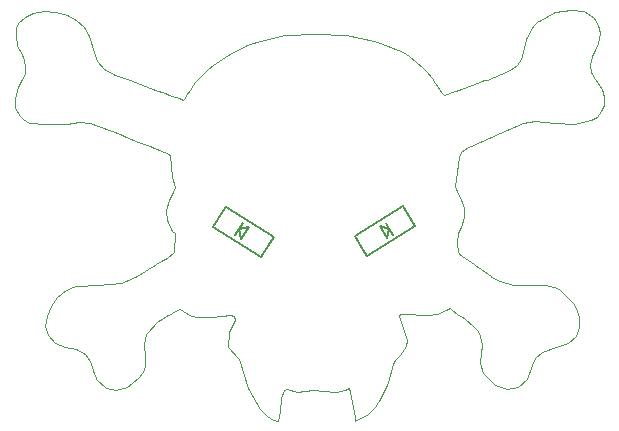
<source format=gto>
G75*
G70*
%OFA0B0*%
%FSLAX24Y24*%
%IPPOS*%
%LPD*%
%AMOC8*
5,1,8,0,0,1.08239X$1,22.5*
%
%ADD10R,0.0077X0.0039*%
%ADD11R,0.0039X0.0039*%
%ADD12R,0.0077X0.0038*%
%ADD13R,0.0116X0.0039*%
%ADD14R,0.0115X0.0039*%
%ADD15R,0.0154X0.0039*%
%ADD16R,0.0193X0.0039*%
%ADD17R,0.0154X0.0039*%
%ADD18R,0.0270X0.0039*%
%ADD19R,0.0192X0.0039*%
%ADD20R,0.0308X0.0039*%
%ADD21R,0.0269X0.0039*%
%ADD22R,0.0308X0.0039*%
%ADD23R,0.0346X0.0039*%
%ADD24R,0.0424X0.0039*%
%ADD25R,0.0462X0.0038*%
%ADD26R,0.0385X0.0038*%
%ADD27R,0.0462X0.0039*%
%ADD28R,0.0501X0.0039*%
%ADD29R,0.0539X0.0039*%
%ADD30R,0.0616X0.0039*%
%ADD31R,0.0578X0.0039*%
%ADD32R,0.0347X0.0039*%
%ADD33R,0.0654X0.0039*%
%ADD34R,0.0500X0.0039*%
%ADD35R,0.0385X0.0039*%
%ADD36R,0.0616X0.0038*%
%ADD37R,0.0654X0.0038*%
%ADD38R,0.0539X0.0038*%
%ADD39R,0.0693X0.0039*%
%ADD40R,0.0616X0.0039*%
%ADD41R,0.0770X0.0039*%
%ADD42R,0.0731X0.0039*%
%ADD43R,0.0577X0.0039*%
%ADD44R,0.0809X0.0039*%
%ADD45R,0.0886X0.0039*%
%ADD46R,0.0655X0.0039*%
%ADD47R,0.0847X0.0039*%
%ADD48R,0.1001X0.0039*%
%ADD49R,0.0924X0.0039*%
%ADD50R,0.1039X0.0039*%
%ADD51R,0.0962X0.0039*%
%ADD52R,0.1116X0.0039*%
%ADD53R,0.1078X0.0039*%
%ADD54R,0.1155X0.0039*%
%ADD55R,0.1155X0.0038*%
%ADD56R,0.0809X0.0038*%
%ADD57R,0.0616X0.0038*%
%ADD58R,0.0731X0.0038*%
%ADD59R,0.1232X0.0039*%
%ADD60R,0.1194X0.0039*%
%ADD61R,0.1271X0.0039*%
%ADD62R,0.1309X0.0039*%
%ADD63R,0.1309X0.0039*%
%ADD64R,0.1348X0.0039*%
%ADD65R,0.1347X0.0038*%
%ADD66R,0.0693X0.0038*%
%ADD67R,0.0077X0.0038*%
%ADD68R,0.0269X0.0038*%
%ADD69R,0.1309X0.0038*%
%ADD70R,0.1347X0.0039*%
%ADD71R,0.1386X0.0039*%
%ADD72R,0.0231X0.0039*%
%ADD73R,0.0231X0.0039*%
%ADD74R,0.1386X0.0039*%
%ADD75R,0.1424X0.0039*%
%ADD76R,0.1463X0.0039*%
%ADD77R,0.1501X0.0039*%
%ADD78R,0.1540X0.0039*%
%ADD79R,0.1579X0.0039*%
%ADD80R,0.1655X0.0039*%
%ADD81R,0.1694X0.0038*%
%ADD82R,0.0308X0.0038*%
%ADD83R,0.0578X0.0038*%
%ADD84R,0.0231X0.0038*%
%ADD85R,0.1656X0.0038*%
%ADD86R,0.1809X0.0039*%
%ADD87R,0.1733X0.0039*%
%ADD88R,0.1886X0.0039*%
%ADD89R,0.1810X0.0039*%
%ADD90R,0.2040X0.0039*%
%ADD91R,0.2656X0.0039*%
%ADD92R,0.2233X0.0039*%
%ADD93R,0.2734X0.0039*%
%ADD94R,0.2079X0.0039*%
%ADD95R,0.2425X0.0039*%
%ADD96R,0.2811X0.0039*%
%ADD97R,0.0462X0.0039*%
%ADD98R,0.2271X0.0039*%
%ADD99R,0.2502X0.0039*%
%ADD100R,0.2849X0.0039*%
%ADD101R,0.0539X0.0039*%
%ADD102R,0.2426X0.0039*%
%ADD103R,0.2579X0.0039*%
%ADD104R,0.2964X0.0039*%
%ADD105R,0.2541X0.0039*%
%ADD106R,0.3080X0.0039*%
%ADD107R,0.4928X0.0039*%
%ADD108R,0.2734X0.0038*%
%ADD109R,0.4928X0.0038*%
%ADD110R,0.2695X0.0038*%
%ADD111R,0.2772X0.0039*%
%ADD112R,0.4889X0.0039*%
%ADD113R,0.4851X0.0039*%
%ADD114R,0.2849X0.0039*%
%ADD115R,0.4813X0.0039*%
%ADD116R,0.2888X0.0039*%
%ADD117R,0.4736X0.0039*%
%ADD118R,0.2926X0.0039*%
%ADD119R,0.2926X0.0039*%
%ADD120R,0.2965X0.0039*%
%ADD121R,0.4697X0.0039*%
%ADD122R,0.3003X0.0039*%
%ADD123R,0.4659X0.0039*%
%ADD124R,0.3003X0.0039*%
%ADD125R,0.3041X0.0038*%
%ADD126R,0.4620X0.0038*%
%ADD127R,0.4620X0.0039*%
%ADD128R,0.3157X0.0039*%
%ADD129R,0.3119X0.0039*%
%ADD130R,0.3196X0.0039*%
%ADD131R,0.4581X0.0039*%
%ADD132R,0.3273X0.0039*%
%ADD133R,0.3234X0.0039*%
%ADD134R,0.3272X0.0039*%
%ADD135R,0.3349X0.0039*%
%ADD136R,0.0847X0.0039*%
%ADD137R,0.1656X0.0039*%
%ADD138R,0.3311X0.0039*%
%ADD139R,0.3426X0.0039*%
%ADD140R,0.1617X0.0039*%
%ADD141R,0.3388X0.0039*%
%ADD142R,0.3504X0.0038*%
%ADD143R,0.1463X0.0038*%
%ADD144R,0.0539X0.0038*%
%ADD145R,0.1579X0.0038*%
%ADD146R,0.3465X0.0038*%
%ADD147R,0.3542X0.0039*%
%ADD148R,0.3504X0.0039*%
%ADD149R,0.3542X0.0039*%
%ADD150R,0.3619X0.0039*%
%ADD151R,0.3657X0.0039*%
%ADD152R,0.1578X0.0039*%
%ADD153R,0.3696X0.0039*%
%ADD154R,0.3581X0.0039*%
%ADD155R,0.1617X0.0039*%
%ADD156R,0.3619X0.0039*%
%ADD157R,0.1694X0.0039*%
%ADD158R,0.3465X0.0039*%
%ADD159R,0.1732X0.0039*%
%ADD160R,0.1771X0.0039*%
%ADD161R,0.3388X0.0038*%
%ADD162R,0.3311X0.0038*%
%ADD163R,0.0154X0.0038*%
%ADD164R,0.3349X0.0038*%
%ADD165R,0.3196X0.0038*%
%ADD166R,0.3195X0.0039*%
%ADD167R,0.3041X0.0039*%
%ADD168R,0.3503X0.0039*%
%ADD169R,0.1270X0.0039*%
%ADD170R,0.1078X0.0038*%
%ADD171R,0.3619X0.0038*%
%ADD172R,0.3619X0.0038*%
%ADD173R,0.0924X0.0038*%
%ADD174R,0.1040X0.0039*%
%ADD175R,0.0963X0.0039*%
%ADD176R,0.3734X0.0039*%
%ADD177R,0.0693X0.0039*%
%ADD178R,0.3773X0.0039*%
%ADD179R,0.3811X0.0039*%
%ADD180R,0.3811X0.0038*%
%ADD181R,0.3850X0.0038*%
%ADD182R,0.0346X0.0038*%
%ADD183R,0.0423X0.0039*%
%ADD184R,0.3850X0.0039*%
%ADD185R,0.3889X0.0039*%
%ADD186R,0.3888X0.0039*%
%ADD187R,0.3927X0.0039*%
%ADD188R,0.3966X0.0039*%
%ADD189R,0.0077X0.0039*%
%ADD190R,0.2002X0.0039*%
%ADD191R,0.1925X0.0039*%
%ADD192R,0.1694X0.0039*%
%ADD193R,0.1617X0.0038*%
%ADD194R,0.0231X0.0038*%
%ADD195R,0.1540X0.0038*%
%ADD196R,0.0116X0.0038*%
%ADD197R,0.1078X0.0039*%
%ADD198R,0.1039X0.0038*%
%ADD199R,0.0270X0.0038*%
%ADD200R,0.0886X0.0038*%
%ADD201R,0.1040X0.0038*%
%ADD202R,0.0924X0.0039*%
%ADD203R,0.0424X0.0038*%
%ADD204R,0.0770X0.0038*%
%ADD205R,0.0655X0.0038*%
%ADD206R,0.0732X0.0039*%
%ADD207R,0.0885X0.0039*%
%ADD208R,0.1001X0.0039*%
%ADD209R,0.0038X0.0039*%
%ADD210R,0.0577X0.0038*%
%ADD211R,0.0115X0.0038*%
%ADD212R,0.1424X0.0038*%
%ADD213R,0.1078X0.0038*%
%ADD214R,0.1771X0.0039*%
%ADD215R,0.1964X0.0039*%
%ADD216R,0.2156X0.0038*%
%ADD217R,0.0462X0.0038*%
%ADD218R,0.2117X0.0038*%
%ADD219R,0.2156X0.0039*%
%ADD220R,0.2310X0.0039*%
%ADD221R,0.2349X0.0039*%
%ADD222R,0.2464X0.0039*%
%ADD223R,0.1232X0.0039*%
%ADD224R,0.2541X0.0039*%
%ADD225R,0.4004X0.0039*%
%ADD226R,0.3965X0.0039*%
%ADD227R,0.3927X0.0039*%
%ADD228R,0.3889X0.0038*%
%ADD229R,0.4774X0.0039*%
%ADD230R,0.8547X0.0039*%
%ADD231R,0.8470X0.0039*%
%ADD232R,0.8393X0.0039*%
%ADD233R,0.8277X0.0039*%
%ADD234R,0.8201X0.0039*%
%ADD235R,0.8162X0.0039*%
%ADD236R,0.8085X0.0039*%
%ADD237R,0.8046X0.0039*%
%ADD238R,0.7969X0.0038*%
%ADD239R,0.7893X0.0039*%
%ADD240R,0.7816X0.0039*%
%ADD241R,0.7739X0.0039*%
%ADD242R,0.7661X0.0039*%
%ADD243R,0.7584X0.0039*%
%ADD244R,0.7546X0.0039*%
%ADD245R,0.7469X0.0039*%
%ADD246R,0.7392X0.0039*%
%ADD247R,0.7315X0.0038*%
%ADD248R,0.7276X0.0039*%
%ADD249R,0.7238X0.0039*%
%ADD250R,0.7200X0.0039*%
%ADD251R,0.7161X0.0039*%
%ADD252R,0.7123X0.0039*%
%ADD253R,0.7046X0.0039*%
%ADD254R,0.6969X0.0039*%
%ADD255R,0.6969X0.0038*%
%ADD256R,0.6891X0.0039*%
%ADD257R,0.6853X0.0039*%
%ADD258R,0.0039X0.0038*%
%ADD259R,0.6853X0.0038*%
%ADD260R,0.6930X0.0039*%
%ADD261R,0.7007X0.0039*%
%ADD262R,0.7816X0.0038*%
%ADD263R,0.8586X0.0039*%
%ADD264R,0.8509X0.0039*%
%ADD265R,0.1848X0.0039*%
%ADD266R,0.8431X0.0039*%
%ADD267R,0.2079X0.0038*%
%ADD268R,0.8431X0.0038*%
%ADD269R,0.8354X0.0039*%
%ADD270R,0.8316X0.0039*%
%ADD271R,0.2695X0.0039*%
%ADD272R,0.2156X0.0039*%
%ADD273R,0.4966X0.0039*%
%ADD274R,0.8239X0.0039*%
%ADD275R,0.5044X0.0039*%
%ADD276R,0.8200X0.0039*%
%ADD277R,0.5082X0.0039*%
%ADD278R,0.5159X0.0038*%
%ADD279R,0.8123X0.0038*%
%ADD280R,0.4774X0.0038*%
%ADD281R,0.5198X0.0039*%
%ADD282R,0.8123X0.0039*%
%ADD283R,0.5275X0.0039*%
%ADD284R,0.8047X0.0039*%
%ADD285R,0.4851X0.0039*%
%ADD286R,0.4890X0.0039*%
%ADD287R,0.5236X0.0039*%
%ADD288R,0.7970X0.0039*%
%ADD289R,0.4928X0.0039*%
%ADD290R,0.5121X0.0039*%
%ADD291R,0.5005X0.0039*%
%ADD292R,0.4967X0.0039*%
%ADD293R,0.7739X0.0038*%
%ADD294R,0.4736X0.0038*%
%ADD295R,0.4505X0.0039*%
%ADD296R,0.7700X0.0039*%
%ADD297R,0.4351X0.0039*%
%ADD298R,0.4543X0.0039*%
%ADD299R,0.4235X0.0039*%
%ADD300R,0.4428X0.0039*%
%ADD301R,0.4158X0.0039*%
%ADD302R,0.7507X0.0039*%
%ADD303R,0.4274X0.0039*%
%ADD304R,0.4158X0.0039*%
%ADD305R,0.7430X0.0039*%
%ADD306R,0.4043X0.0039*%
%ADD307R,0.7353X0.0039*%
%ADD308R,0.7277X0.0039*%
%ADD309R,0.7238X0.0039*%
%ADD310R,0.7200X0.0038*%
%ADD311R,0.3234X0.0039*%
%ADD312R,0.2810X0.0039*%
%ADD313R,0.6776X0.0039*%
%ADD314R,0.6699X0.0039*%
%ADD315R,0.2387X0.0039*%
%ADD316R,0.6622X0.0039*%
%ADD317R,0.6545X0.0039*%
%ADD318R,0.2233X0.0038*%
%ADD319R,0.6430X0.0038*%
%ADD320R,0.2310X0.0038*%
%ADD321R,0.2194X0.0039*%
%ADD322R,0.6353X0.0039*%
%ADD323R,0.6237X0.0039*%
%ADD324R,0.2041X0.0039*%
%ADD325R,0.6160X0.0039*%
%ADD326R,0.2118X0.0039*%
%ADD327R,0.6044X0.0039*%
%ADD328R,0.5929X0.0039*%
%ADD329R,0.5814X0.0039*%
%ADD330R,0.5698X0.0039*%
%ADD331R,0.5583X0.0039*%
%ADD332R,0.5429X0.0039*%
%ADD333R,0.1848X0.0038*%
%ADD334R,0.5313X0.0038*%
%ADD335R,0.5197X0.0039*%
%ADD336R,0.4504X0.0039*%
%ADD337R,0.4350X0.0039*%
%ADD338R,0.4120X0.0039*%
%ADD339R,0.1848X0.0039*%
%ADD340R,0.1886X0.0038*%
%ADD341R,0.3311X0.0038*%
%ADD342R,0.1848X0.0038*%
%ADD343R,0.1887X0.0039*%
%ADD344R,0.1425X0.0039*%
%ADD345R,0.1964X0.0038*%
%ADD346R,0.2002X0.0038*%
%ADD347R,0.1771X0.0038*%
%ADD348C,0.0010*%
%ADD349C,0.0050*%
D10*
X007956Y002577D03*
X009688Y002462D03*
X010766Y002462D03*
X012499Y002616D03*
X010189Y004425D03*
X010189Y004464D03*
X009996Y006889D03*
X014385Y008352D03*
X014655Y005465D03*
X016541Y001499D03*
X008649Y000768D03*
D11*
X011786Y000768D03*
X015059Y005272D03*
X014674Y005503D03*
X014404Y008314D03*
X010362Y006812D03*
X010208Y006504D03*
X009977Y006851D03*
X005742Y005388D03*
D12*
X008649Y000806D03*
X011806Y000806D03*
D13*
X011209Y002423D03*
X010246Y002539D03*
X010208Y004310D03*
X010208Y004348D03*
X010208Y004387D03*
X010015Y006928D03*
X005896Y008237D03*
X015097Y005234D03*
X008629Y000845D03*
D14*
X009207Y002385D03*
X011825Y000883D03*
X011825Y000845D03*
X005742Y005349D03*
X005318Y005272D03*
X010323Y006928D03*
X010323Y007005D03*
X010323Y007043D03*
X010323Y007082D03*
X010323Y007120D03*
X010323Y007159D03*
X014943Y009392D03*
D15*
X010959Y006042D03*
X010189Y006466D03*
X009419Y006042D03*
X005915Y008275D03*
X012499Y002693D03*
X012499Y002654D03*
X009688Y002423D03*
X008610Y000883D03*
X015117Y005195D03*
X015155Y005157D03*
D16*
X014366Y008391D03*
X010169Y006427D03*
X010054Y007005D03*
X010054Y007043D03*
X010054Y007082D03*
X010054Y007120D03*
X010054Y007159D03*
X010054Y007197D03*
X009361Y006504D03*
X010208Y004233D03*
X010208Y004194D03*
X009669Y002385D03*
X009669Y001499D03*
X008591Y000922D03*
D17*
X010766Y002423D03*
X011844Y000922D03*
X007956Y002616D03*
X005261Y005234D03*
X005761Y005311D03*
X010304Y007197D03*
X010304Y007236D03*
X005299Y009315D03*
D18*
X009399Y005965D03*
X009361Y005888D03*
X010169Y006350D03*
X010169Y006389D03*
X014327Y008468D03*
X012479Y002770D03*
X008591Y000960D03*
D19*
X009207Y002423D03*
X007936Y002654D03*
X010785Y002385D03*
X010785Y001499D03*
X011863Y000960D03*
X010631Y005580D03*
X013365Y007390D03*
X014982Y009430D03*
D20*
X013577Y007197D03*
X010882Y005272D03*
X010497Y005734D03*
X009342Y005850D03*
X008572Y001037D03*
X008572Y000999D03*
D21*
X010246Y002577D03*
X011940Y002654D03*
X010208Y004117D03*
X009553Y005311D03*
X009592Y005349D03*
X009630Y005388D03*
X009823Y005657D03*
X010747Y005388D03*
X011016Y005850D03*
X010978Y005888D03*
X010978Y005927D03*
X013480Y007313D03*
X014597Y005349D03*
X015213Y005080D03*
X011863Y000999D03*
X008514Y002654D03*
X007936Y002693D03*
X006897Y007313D03*
X005973Y008352D03*
D22*
X005992Y008391D03*
X006839Y007274D03*
X006801Y007236D03*
X009265Y005734D03*
X009303Y005773D03*
X009842Y005696D03*
X009496Y005272D03*
X009457Y005234D03*
X010805Y005349D03*
X010843Y005311D03*
X011113Y005734D03*
X011074Y005773D03*
X010189Y004079D03*
X011228Y002539D03*
X011228Y002500D03*
X010805Y002308D03*
X009650Y002308D03*
X009188Y002500D03*
X011883Y001076D03*
X011883Y001037D03*
X012499Y002808D03*
X013538Y007236D03*
X013500Y007274D03*
X015040Y009469D03*
X005184Y005157D03*
D23*
X005164Y005118D03*
X006704Y007159D03*
X006743Y007197D03*
X009207Y005657D03*
X009245Y005696D03*
X009861Y005734D03*
X010439Y005773D03*
X011132Y005696D03*
X011170Y005657D03*
X010169Y006273D03*
X010169Y006312D03*
X010208Y004040D03*
X010246Y002616D03*
X010785Y002269D03*
X011209Y002577D03*
X012479Y002847D03*
X011902Y001153D03*
X011902Y001114D03*
X008552Y001114D03*
X008552Y001076D03*
X007936Y002770D03*
X013711Y007082D03*
X013673Y007120D03*
X013634Y007159D03*
X014289Y008545D03*
X005203Y009392D03*
D24*
X006011Y008429D03*
X006550Y007005D03*
X006473Y006928D03*
X009091Y005542D03*
X009130Y005580D03*
X009168Y005619D03*
X009399Y005195D03*
X010939Y005234D03*
X011247Y005580D03*
X010208Y003963D03*
X010246Y002654D03*
X010785Y002192D03*
X011209Y002616D03*
X011902Y001230D03*
X008552Y001153D03*
X008514Y002616D03*
X007936Y002808D03*
X007936Y002847D03*
X006781Y003963D03*
X010169Y007274D03*
X013788Y007005D03*
X014250Y008622D03*
X013750Y004002D03*
D25*
X010766Y001576D03*
X009688Y001576D03*
X008533Y001191D03*
X005068Y005041D03*
X006031Y008506D03*
D26*
X011921Y001191D03*
D27*
X011921Y001268D03*
X011921Y001307D03*
X010805Y002154D03*
X011190Y002654D03*
X011921Y002577D03*
X009650Y002192D03*
X009650Y002154D03*
X009188Y002577D03*
X009188Y002616D03*
X008495Y002577D03*
X007956Y002885D03*
X008533Y001230D03*
X015309Y004964D03*
X010189Y006158D03*
X014231Y008660D03*
X006031Y008468D03*
D28*
X006050Y008545D03*
X010208Y006119D03*
X010208Y006081D03*
X011363Y005503D03*
X011401Y005465D03*
X010208Y003925D03*
X010246Y002693D03*
X010785Y002115D03*
X010785Y002077D03*
X010747Y001615D03*
X009669Y002077D03*
X009669Y002115D03*
X009207Y002654D03*
X008514Y002539D03*
X007975Y002924D03*
X008514Y001307D03*
X008514Y001268D03*
X011209Y002693D03*
X011940Y002539D03*
X011940Y001384D03*
X011940Y001345D03*
X015328Y004926D03*
X014212Y008699D03*
X014212Y008737D03*
X009053Y005503D03*
X005049Y005003D03*
D29*
X007994Y002962D03*
X008495Y001384D03*
X008495Y001345D03*
X010766Y002038D03*
X011921Y002500D03*
X015348Y004887D03*
X014193Y008776D03*
X006069Y008583D03*
D30*
X005068Y009507D03*
X010150Y007621D03*
X010227Y005965D03*
X008880Y005388D03*
X010189Y003848D03*
X008495Y002462D03*
X009688Y001923D03*
X009688Y001884D03*
X009688Y001730D03*
X008495Y001461D03*
X008495Y001422D03*
X011960Y001538D03*
X014385Y007159D03*
D31*
X014173Y008814D03*
X014173Y008853D03*
X011055Y006543D03*
X006088Y008622D03*
X006088Y008660D03*
X005010Y004964D03*
X008052Y003001D03*
X009207Y002693D03*
X010747Y001692D03*
X010747Y001653D03*
X011940Y001499D03*
X011940Y001461D03*
X011940Y001422D03*
X011940Y002462D03*
D32*
X003586Y001499D03*
D33*
X006781Y004002D03*
X008514Y002423D03*
X008514Y002385D03*
X008475Y001538D03*
X008475Y001499D03*
X009707Y001769D03*
X009707Y001807D03*
X009707Y001846D03*
X011170Y002770D03*
X011940Y002385D03*
X012364Y003039D03*
X011940Y001653D03*
X011940Y001615D03*
X015405Y004810D03*
X017523Y004425D03*
X014366Y007197D03*
X014366Y007236D03*
X011555Y005388D03*
X010208Y005927D03*
X010169Y007659D03*
X005934Y007120D03*
X005934Y007082D03*
X005934Y007043D03*
X015174Y009623D03*
D34*
X010169Y007467D03*
X010169Y007428D03*
X009014Y005465D03*
X009707Y001615D03*
X003624Y001538D03*
X001314Y013434D03*
D35*
X006647Y007120D03*
X006608Y007082D03*
X006570Y007043D03*
X009919Y005773D03*
X010189Y006235D03*
X011036Y006504D03*
X011228Y005619D03*
X010189Y004002D03*
X009188Y002539D03*
X009650Y002269D03*
X009650Y002231D03*
X009688Y001538D03*
X010766Y001538D03*
X010805Y002231D03*
X011921Y002616D03*
X012460Y002885D03*
X015271Y005003D03*
X013731Y007043D03*
X014270Y008583D03*
X015078Y009507D03*
X016541Y001538D03*
D36*
X011960Y001576D03*
X010227Y002731D03*
X009688Y001961D03*
X003605Y001576D03*
D37*
X008475Y001576D03*
X009245Y002731D03*
X011940Y002346D03*
X009322Y006581D03*
D38*
X016541Y001576D03*
D39*
X011960Y001692D03*
X011960Y001730D03*
X011960Y001769D03*
X011921Y002269D03*
X011921Y002308D03*
X008495Y001615D03*
X003605Y001615D03*
X005954Y007159D03*
X005954Y007197D03*
X006146Y008930D03*
X006146Y008968D03*
X014116Y009084D03*
X014116Y009122D03*
X014116Y009161D03*
X014116Y009199D03*
X014347Y007274D03*
X018582Y013473D03*
D40*
X014154Y008930D03*
X015386Y004849D03*
X011921Y002423D03*
X010766Y002000D03*
X010766Y001923D03*
X008071Y003039D03*
X004991Y004926D03*
X006108Y008699D03*
X006108Y008737D03*
X016541Y001615D03*
D41*
X013731Y004040D03*
X015463Y004733D03*
X014116Y006119D03*
X014116Y006158D03*
X014116Y006235D03*
X014116Y006273D03*
X014154Y006389D03*
X014154Y006427D03*
X014154Y006466D03*
X014154Y006504D03*
X014154Y006543D03*
X014270Y007390D03*
X014077Y009469D03*
X006223Y009546D03*
X006223Y009584D03*
X006185Y009469D03*
X006185Y009430D03*
X006185Y009392D03*
X006185Y009353D03*
X006185Y009315D03*
X006185Y009238D03*
X006185Y009199D03*
X005992Y007274D03*
X006185Y006543D03*
X006185Y006504D03*
X006185Y006466D03*
X006185Y006427D03*
X006185Y006389D03*
X006185Y006235D03*
X004914Y004849D03*
X008495Y002231D03*
X008495Y002192D03*
X008495Y002154D03*
X008495Y002115D03*
X008495Y002077D03*
X008495Y002038D03*
X008495Y001846D03*
X008495Y001807D03*
X011113Y002808D03*
X003605Y001653D03*
D42*
X008475Y001653D03*
X008475Y001692D03*
X008475Y001730D03*
X008475Y001769D03*
X008514Y002269D03*
X008514Y002308D03*
X009284Y002770D03*
X010208Y002770D03*
X010208Y003809D03*
X011940Y002231D03*
X011940Y002192D03*
X011940Y002154D03*
X011940Y002115D03*
X011940Y002077D03*
X011940Y002038D03*
X011940Y002000D03*
X011940Y001923D03*
X011940Y001884D03*
X011940Y001846D03*
X011940Y001807D03*
X015444Y004772D03*
X014135Y006312D03*
X014135Y006350D03*
X014327Y007313D03*
X014096Y009238D03*
X014096Y009315D03*
X014096Y009353D03*
X014096Y009392D03*
X014096Y009430D03*
X014058Y009507D03*
X014058Y009546D03*
X014058Y009584D03*
X014058Y009623D03*
X010169Y007698D03*
X010208Y005888D03*
X006204Y006273D03*
X006204Y006312D03*
X006204Y006350D03*
X005973Y007236D03*
X006165Y009007D03*
X006165Y009045D03*
X006165Y009084D03*
X006165Y009122D03*
X006165Y009161D03*
X006204Y009507D03*
X005010Y009546D03*
X016522Y001653D03*
D43*
X012402Y003001D03*
X009669Y002038D03*
X009669Y002000D03*
X009707Y001692D03*
X009707Y001653D03*
X008514Y002500D03*
X010208Y006004D03*
X010208Y006042D03*
X010169Y007582D03*
X014366Y007120D03*
X014404Y007082D03*
X014404Y007043D03*
X015136Y009584D03*
X018524Y010239D03*
X005934Y007005D03*
X005934Y006928D03*
D44*
X006165Y006620D03*
X006204Y006158D03*
X006011Y007313D03*
X004972Y009584D03*
X001314Y010200D03*
X009284Y006620D03*
X010169Y005850D03*
X011632Y005349D03*
X014096Y006042D03*
X014096Y006081D03*
X014135Y006620D03*
X014250Y007428D03*
X008475Y002000D03*
X008475Y001923D03*
X008475Y001884D03*
X003624Y001692D03*
X016522Y001692D03*
D45*
X014096Y005965D03*
X009284Y006658D03*
X006242Y006042D03*
X006242Y006004D03*
X006165Y006735D03*
X004856Y004772D03*
X006781Y004040D03*
X003624Y001730D03*
X001314Y013396D03*
D46*
X006127Y008853D03*
X006127Y008814D03*
X006127Y008776D03*
X008822Y005349D03*
X010747Y001884D03*
X010747Y001846D03*
X010747Y001807D03*
X010747Y001769D03*
X010747Y001730D03*
X014135Y008968D03*
X014135Y009007D03*
X014135Y009045D03*
D47*
X014154Y006697D03*
X014154Y006658D03*
X011113Y006658D03*
X006069Y007390D03*
X016503Y001730D03*
D48*
X015579Y004618D03*
X014039Y005850D03*
X018543Y010277D03*
X006300Y005888D03*
X003644Y001769D03*
D49*
X006108Y007428D03*
X014154Y007544D03*
X014154Y006774D03*
X015309Y009738D03*
X016503Y001769D03*
D50*
X016483Y001846D03*
X014135Y006928D03*
X014096Y007582D03*
X015328Y009777D03*
X009207Y006735D03*
X006165Y006889D03*
X006781Y004079D03*
X003663Y001846D03*
X003663Y001807D03*
D51*
X006165Y006812D03*
X006165Y006851D03*
X009245Y006697D03*
X013711Y004079D03*
X016483Y001807D03*
X014135Y006812D03*
X014135Y006851D03*
X004933Y009623D03*
D52*
X009168Y006774D03*
X011209Y006812D03*
X013942Y005734D03*
X015636Y004579D03*
X015367Y009815D03*
X006435Y005696D03*
X006396Y005734D03*
X003663Y001884D03*
D53*
X006377Y005773D03*
X006223Y007505D03*
X011190Y006774D03*
X013692Y004117D03*
X016464Y001884D03*
X001334Y013357D03*
D54*
X004837Y009700D03*
X004722Y004618D03*
X006762Y004117D03*
X003682Y001923D03*
X013923Y005696D03*
X016464Y001923D03*
X018543Y013396D03*
D55*
X016464Y001961D03*
X003682Y001961D03*
D56*
X008475Y001961D03*
X006204Y006196D03*
X006050Y007351D03*
X010169Y007736D03*
X014135Y006581D03*
D57*
X014154Y008891D03*
X010766Y001961D03*
D58*
X011940Y001961D03*
X014289Y007351D03*
X014096Y009276D03*
X014058Y009661D03*
D59*
X015425Y009854D03*
X013846Y005619D03*
X009149Y006812D03*
X006762Y004156D03*
X003682Y002038D03*
X003682Y002000D03*
X004799Y009738D03*
X016426Y002077D03*
D60*
X016445Y002038D03*
X016445Y002000D03*
X013711Y004156D03*
X015675Y004541D03*
X013865Y005657D03*
X011247Y006851D03*
X006512Y005619D03*
X006473Y005657D03*
X001353Y010239D03*
D61*
X001353Y013319D03*
X009130Y006851D03*
X006550Y005580D03*
X003701Y002115D03*
X003701Y002077D03*
X013788Y005580D03*
X016445Y002192D03*
X016445Y002154D03*
X016445Y002115D03*
D62*
X016464Y002231D03*
X016464Y002269D03*
X013692Y004194D03*
X003682Y002231D03*
X003682Y002192D03*
X003682Y002154D03*
D63*
X003644Y002269D03*
X003644Y002308D03*
X011267Y006889D03*
X015463Y009892D03*
X018543Y013357D03*
D64*
X018485Y010316D03*
X013750Y005542D03*
X015713Y004502D03*
X016522Y002423D03*
X016522Y002385D03*
X016483Y002308D03*
X009091Y006889D03*
D65*
X003624Y002346D03*
D66*
X008495Y002346D03*
X006146Y008891D03*
D67*
X009188Y002346D03*
D68*
X009669Y002346D03*
X010785Y002346D03*
D69*
X016503Y002346D03*
D70*
X011286Y006928D03*
X006589Y005542D03*
X006743Y004194D03*
X003624Y002385D03*
X003586Y002423D03*
X004741Y009777D03*
X001353Y013280D03*
D71*
X006647Y005503D03*
X004645Y004541D03*
X003567Y002462D03*
X013692Y005503D03*
X016580Y002500D03*
X015502Y009931D03*
X018543Y013319D03*
D72*
X010612Y005619D03*
X010651Y005542D03*
X010689Y005503D03*
X010689Y005465D03*
X014616Y005388D03*
X017542Y004464D03*
X009188Y002462D03*
X005222Y005195D03*
X005261Y009353D03*
D73*
X005954Y008314D03*
X009419Y006004D03*
X009380Y005927D03*
X009765Y005580D03*
X009765Y005542D03*
X009727Y005503D03*
X009688Y005465D03*
X009804Y005619D03*
X010535Y005696D03*
X010574Y005657D03*
X010959Y005965D03*
X010959Y006004D03*
X010073Y007236D03*
X010189Y004156D03*
X011228Y002462D03*
X015194Y005118D03*
X014347Y008429D03*
D74*
X016541Y002462D03*
D75*
X016599Y002539D03*
X013673Y004233D03*
X009053Y006928D03*
X008629Y003963D03*
X003547Y002500D03*
X004702Y009815D03*
D76*
X001411Y010277D03*
X001372Y013242D03*
X013654Y005465D03*
X016618Y002577D03*
X008649Y003925D03*
X008610Y004002D03*
X008610Y004040D03*
X003528Y002539D03*
D77*
X003509Y002577D03*
X004587Y004502D03*
X006704Y005465D03*
X008591Y004117D03*
X008591Y004079D03*
X008668Y003848D03*
X011363Y007005D03*
X015521Y009969D03*
X018524Y013280D03*
X015790Y004464D03*
X016637Y002616D03*
D78*
X016657Y002654D03*
X011806Y003963D03*
X008687Y003809D03*
X008572Y004156D03*
X008995Y007005D03*
X011382Y007043D03*
X003490Y002616D03*
X018505Y013242D03*
D79*
X015559Y010008D03*
X008514Y004194D03*
X008706Y003771D03*
X011786Y003925D03*
X011825Y004002D03*
X016676Y002693D03*
X004664Y009854D03*
X001391Y013203D03*
X003470Y002654D03*
D80*
X003432Y002693D03*
X008745Y003732D03*
D81*
X003413Y002731D03*
X001411Y013126D03*
D82*
X011036Y005811D03*
X014308Y008506D03*
X007917Y002731D03*
D83*
X011170Y002731D03*
X011478Y005426D03*
D84*
X012499Y002731D03*
X018620Y013511D03*
D85*
X015598Y010046D03*
X016714Y002731D03*
D86*
X016791Y002808D03*
X011517Y007197D03*
X008860Y007159D03*
X003355Y002770D03*
X015636Y010085D03*
X018100Y012048D03*
X018100Y012087D03*
X018139Y012125D03*
X018139Y012164D03*
X018139Y012202D03*
X018447Y013049D03*
X001776Y012087D03*
X001738Y012202D03*
D87*
X008937Y007082D03*
X016753Y002770D03*
D88*
X016830Y002847D03*
X011555Y007236D03*
X015675Y010123D03*
X018062Y011894D03*
X018062Y011933D03*
X018408Y012934D03*
X018408Y012972D03*
X003316Y002808D03*
X001853Y011856D03*
X001699Y012318D03*
X001468Y012934D03*
D89*
X009784Y002808D03*
D90*
X011632Y007313D03*
X003239Y002847D03*
D91*
X002970Y003039D03*
X002970Y003078D03*
X010208Y002847D03*
X017176Y003078D03*
X002084Y011394D03*
D92*
X008649Y007390D03*
X011729Y007428D03*
X017966Y011625D03*
X003143Y002885D03*
D93*
X010208Y002885D03*
X017176Y003155D03*
X016021Y010354D03*
D94*
X018004Y011740D03*
X008726Y007313D03*
X001911Y011663D03*
X016926Y002885D03*
D95*
X011825Y007544D03*
X003047Y002924D03*
D96*
X002970Y003193D03*
X010208Y002924D03*
X011093Y003732D03*
X017176Y003270D03*
X017176Y003232D03*
D97*
X012460Y002924D03*
X011305Y005542D03*
X009342Y006543D03*
X010150Y007313D03*
X010150Y007390D03*
X005145Y009430D03*
X015117Y009546D03*
D98*
X015829Y010277D03*
X017022Y002924D03*
X001969Y011548D03*
D99*
X003008Y002962D03*
D100*
X010189Y002962D03*
D101*
X012422Y002962D03*
X014385Y007005D03*
X010150Y007505D03*
X010150Y007544D03*
X005107Y009469D03*
D102*
X004317Y010162D03*
X015906Y010316D03*
X017099Y002962D03*
D103*
X017138Y003039D03*
X010208Y012433D03*
X003008Y003001D03*
D104*
X003894Y004425D03*
X010208Y003001D03*
X017138Y003424D03*
X010208Y012395D03*
D105*
X017889Y011471D03*
X017119Y003001D03*
X002027Y011432D03*
D106*
X003066Y003540D03*
X010189Y003039D03*
X017042Y003578D03*
X017080Y003540D03*
X017735Y011317D03*
D107*
X010227Y003078D03*
D108*
X002970Y003116D03*
D109*
X010227Y003116D03*
D110*
X017157Y003116D03*
D111*
X017196Y003193D03*
X002951Y003155D03*
X002104Y011355D03*
D112*
X010246Y003155D03*
X017138Y010778D03*
D113*
X010227Y003193D03*
D114*
X002951Y003232D03*
X004144Y010277D03*
D115*
X010208Y003270D03*
X010208Y003232D03*
X017022Y010470D03*
D116*
X017176Y003309D03*
X002970Y003309D03*
X002970Y003270D03*
D117*
X010208Y003309D03*
X010208Y003347D03*
X010169Y012125D03*
D118*
X016503Y004387D03*
X002989Y003347D03*
D119*
X002142Y011317D03*
X017157Y003386D03*
X017157Y003347D03*
X017773Y011355D03*
D120*
X003008Y003386D03*
D121*
X010189Y003386D03*
X010189Y003424D03*
X017003Y010393D03*
X002720Y010778D03*
D122*
X003028Y003463D03*
X003028Y003424D03*
D123*
X010208Y003463D03*
D124*
X017119Y003463D03*
D125*
X017099Y003501D03*
X003047Y003501D03*
D126*
X010189Y003501D03*
X002681Y010816D03*
D127*
X010189Y003617D03*
X010189Y003578D03*
X010189Y003540D03*
X017234Y010855D03*
D128*
X016541Y004310D03*
X017003Y003655D03*
X003143Y003617D03*
X003105Y003578D03*
D129*
X003817Y004387D03*
X017022Y003617D03*
D130*
X003162Y003655D03*
D131*
X010208Y003655D03*
X010208Y003694D03*
D132*
X003239Y003732D03*
X003201Y003694D03*
D133*
X007532Y005311D03*
X016965Y003694D03*
D134*
X016945Y003732D03*
X016560Y004233D03*
X007667Y004233D03*
D135*
X007628Y004310D03*
X003278Y003771D03*
D136*
X004876Y004810D03*
X006223Y006081D03*
X006223Y006119D03*
X006185Y006658D03*
X006185Y006697D03*
X010227Y003771D03*
X014077Y006004D03*
X014231Y007467D03*
X015271Y009700D03*
X015502Y004695D03*
D137*
X015867Y004425D03*
X011671Y003771D03*
X008976Y007043D03*
X004625Y009892D03*
X018485Y013203D03*
D138*
X016888Y003771D03*
X003759Y004310D03*
D139*
X003355Y003848D03*
X003316Y003809D03*
X007397Y005195D03*
X007397Y005234D03*
X007397Y005272D03*
X007590Y004425D03*
X012787Y004387D03*
X012787Y004348D03*
X016791Y003848D03*
D140*
X011729Y003848D03*
X011690Y003809D03*
X011421Y007082D03*
X001411Y013165D03*
D141*
X007609Y004387D03*
X007609Y004348D03*
X012768Y004310D03*
X016580Y004194D03*
X016849Y003809D03*
X017658Y011240D03*
D142*
X003393Y003886D03*
D143*
X008649Y003886D03*
X009034Y006966D03*
D144*
X008957Y005426D03*
X010189Y003886D03*
D145*
X011748Y003886D03*
D146*
X016772Y003886D03*
X017619Y011201D03*
D147*
X016580Y004117D03*
X016618Y004040D03*
X007532Y004541D03*
X007532Y004579D03*
X003682Y004194D03*
X003490Y003963D03*
X003451Y003925D03*
D148*
X003701Y004233D03*
X007551Y004502D03*
X016714Y003925D03*
D149*
X016695Y003963D03*
X016657Y004002D03*
X012845Y004502D03*
X012845Y004541D03*
X012845Y004579D03*
D150*
X012845Y004618D03*
X003528Y004002D03*
X010189Y012318D03*
D151*
X012864Y004772D03*
X012864Y004733D03*
X012864Y004695D03*
X007513Y004733D03*
X007513Y004772D03*
X003663Y004117D03*
X003586Y004040D03*
D152*
X011863Y004040D03*
X011863Y004079D03*
D153*
X012845Y004810D03*
X007532Y004810D03*
X007532Y004849D03*
X003644Y004079D03*
D154*
X007513Y004618D03*
X016599Y004079D03*
D155*
X011883Y004117D03*
D156*
X007532Y004695D03*
X003682Y004156D03*
X002335Y011124D03*
X017581Y011163D03*
D157*
X018428Y010354D03*
X018466Y013165D03*
X011459Y007120D03*
X011921Y004156D03*
X004491Y004464D03*
D158*
X007571Y004464D03*
X012807Y004425D03*
X012999Y005234D03*
X012999Y005272D03*
X012999Y005311D03*
X016580Y004156D03*
X002296Y011163D03*
D159*
X001430Y013088D03*
X011940Y004194D03*
D160*
X011960Y004233D03*
X011498Y007159D03*
X006839Y005388D03*
X004568Y009931D03*
X001449Y013049D03*
X018466Y013088D03*
D161*
X003721Y004271D03*
D162*
X007648Y004271D03*
X002258Y011201D03*
D163*
X010035Y006966D03*
X010189Y004271D03*
D164*
X012749Y004271D03*
D165*
X016560Y004271D03*
D166*
X003778Y004348D03*
X002238Y011240D03*
D167*
X002200Y011278D03*
X016522Y004348D03*
D168*
X012826Y004464D03*
D169*
X004702Y004579D03*
D170*
X004760Y004656D03*
D171*
X007532Y004656D03*
D172*
X012845Y004656D03*
D173*
X015540Y004656D03*
D174*
X006319Y005850D03*
X004779Y004695D03*
D175*
X004818Y004733D03*
X006281Y005927D03*
X014058Y005888D03*
X018562Y013434D03*
D176*
X012864Y004887D03*
X012864Y004849D03*
X007551Y004887D03*
X007551Y004926D03*
X002354Y011086D03*
D177*
X004953Y004887D03*
D178*
X007571Y004964D03*
X012845Y004964D03*
X012845Y004926D03*
X017542Y011124D03*
D179*
X012826Y005003D03*
X007782Y007775D03*
X007590Y005003D03*
D180*
X007590Y005041D03*
X007744Y007736D03*
D181*
X012807Y005041D03*
D182*
X015251Y005041D03*
D183*
X005126Y005080D03*
D184*
X007609Y005080D03*
X007609Y005118D03*
X007725Y007698D03*
X002412Y011047D03*
D185*
X010169Y012279D03*
X012595Y007698D03*
X012787Y005118D03*
X012787Y005080D03*
D186*
X007628Y005157D03*
D187*
X007725Y007621D03*
X007725Y007659D03*
X012768Y005157D03*
X017504Y011086D03*
D188*
X012749Y005195D03*
D189*
X010343Y006851D03*
X010343Y006889D03*
X005338Y005311D03*
D190*
X006916Y005349D03*
X008764Y007274D03*
X015733Y010200D03*
X018004Y011779D03*
X018312Y012664D03*
X001873Y011740D03*
X001565Y012664D03*
D191*
X001642Y012472D03*
X001642Y012433D03*
X001488Y012857D03*
X001488Y012895D03*
X001873Y011817D03*
X001873Y011779D03*
X008803Y007236D03*
X008841Y007197D03*
X013384Y005349D03*
X015694Y010162D03*
X018043Y011856D03*
X018235Y012472D03*
X018274Y012549D03*
X018389Y012857D03*
X018389Y012895D03*
D192*
X013500Y005388D03*
D193*
X006762Y005426D03*
D194*
X006955Y007351D03*
X009650Y005426D03*
X010728Y005426D03*
X013423Y007351D03*
D195*
X013577Y005426D03*
D196*
X014635Y005426D03*
D197*
X014000Y005773D03*
D198*
X006358Y005811D03*
X004895Y009661D03*
D199*
X009322Y005811D03*
D200*
X010169Y005811D03*
D201*
X014019Y005811D03*
D202*
X014077Y005927D03*
X006262Y005965D03*
X006185Y006774D03*
D203*
X006512Y006966D03*
X010169Y006196D03*
D204*
X014116Y006196D03*
X015232Y009661D03*
X006185Y009276D03*
X006185Y006581D03*
D205*
X011055Y006581D03*
D206*
X011093Y006620D03*
D207*
X011132Y006697D03*
X014135Y006735D03*
X014173Y007505D03*
D208*
X014154Y006889D03*
X011151Y006735D03*
X006146Y007467D03*
D209*
X009938Y006812D03*
D210*
X005934Y006966D03*
D211*
X010323Y006966D03*
D212*
X011324Y006966D03*
D213*
X014116Y006966D03*
D214*
X008918Y007120D03*
D215*
X011594Y007274D03*
X018023Y011817D03*
X018254Y012510D03*
X018293Y012587D03*
X018293Y012626D03*
X018331Y012703D03*
X018370Y012780D03*
X018370Y012818D03*
X004510Y010008D03*
X001622Y012510D03*
X001622Y012549D03*
X001584Y012587D03*
X001584Y012626D03*
X001545Y012703D03*
X001507Y012780D03*
X001507Y012818D03*
D216*
X008687Y007351D03*
D217*
X010150Y007351D03*
D218*
X011671Y007351D03*
D219*
X011690Y007390D03*
X010227Y012472D03*
X004414Y010085D03*
D220*
X004375Y010123D03*
X008610Y007428D03*
X011767Y007467D03*
D221*
X011786Y007505D03*
X008552Y007467D03*
D222*
X008495Y007505D03*
X002027Y011471D03*
X017889Y011509D03*
D223*
X006300Y007544D03*
D224*
X008456Y007544D03*
X011883Y007582D03*
X004260Y010200D03*
D225*
X002450Y011009D03*
X007725Y007582D03*
D226*
X012595Y007621D03*
D227*
X012614Y007659D03*
D228*
X012595Y007736D03*
D229*
X012114Y007775D03*
D230*
X010227Y007813D03*
D231*
X010227Y007852D03*
X010150Y009931D03*
D232*
X010150Y010085D03*
X010227Y007890D03*
D233*
X010208Y007929D03*
X010131Y010239D03*
X010131Y010277D03*
D234*
X010208Y007967D03*
D235*
X010227Y008006D03*
D236*
X010227Y008044D03*
D237*
X010208Y008083D03*
D238*
X010208Y008121D03*
D239*
X010208Y008160D03*
X010131Y010662D03*
X010131Y010701D03*
D240*
X010131Y010739D03*
X010131Y010778D03*
X009746Y009623D03*
X010208Y008198D03*
D241*
X010208Y008237D03*
D242*
X010208Y008275D03*
X010131Y010893D03*
D243*
X010131Y010932D03*
X010208Y008314D03*
D244*
X010189Y008352D03*
D245*
X010189Y008391D03*
X010189Y008429D03*
D246*
X010189Y008468D03*
D247*
X010189Y008506D03*
D248*
X010169Y008545D03*
D249*
X010189Y008583D03*
D250*
X010169Y008622D03*
D251*
X010189Y008660D03*
D252*
X010169Y008699D03*
X010131Y011240D03*
D253*
X010131Y011278D03*
X010169Y008814D03*
X010169Y008776D03*
X010169Y008737D03*
D254*
X010169Y008853D03*
X010169Y008930D03*
X010131Y009546D03*
D255*
X010169Y008891D03*
D256*
X010169Y008968D03*
X010169Y009007D03*
X010169Y009045D03*
X010169Y009084D03*
X010131Y009430D03*
D257*
X010150Y009392D03*
X010150Y009353D03*
X010150Y009315D03*
X010150Y009238D03*
X010150Y009199D03*
X010150Y009161D03*
X010150Y009122D03*
X010150Y011394D03*
D258*
X005357Y009276D03*
D259*
X010150Y009276D03*
D260*
X010150Y009469D03*
X010150Y009507D03*
X010150Y011355D03*
D261*
X010150Y011317D03*
X010150Y009584D03*
D262*
X009746Y009661D03*
D263*
X010131Y009700D03*
X010131Y009738D03*
D264*
X010131Y009777D03*
X010131Y009815D03*
X010131Y009854D03*
X010131Y009892D03*
D265*
X004529Y009969D03*
X001834Y011894D03*
X001834Y011933D03*
X001796Y012010D03*
X001796Y012048D03*
X001757Y012125D03*
X001757Y012164D03*
X001719Y012241D03*
X001719Y012279D03*
X001449Y012972D03*
X001449Y013011D03*
X018081Y012010D03*
X018158Y012241D03*
X018158Y012279D03*
X018428Y013011D03*
D266*
X010131Y010008D03*
X010131Y009969D03*
D267*
X004452Y010046D03*
D268*
X010131Y010046D03*
D269*
X010131Y010123D03*
X010131Y010162D03*
D270*
X010150Y010200D03*
D271*
X004221Y010239D03*
X017850Y011432D03*
D272*
X017966Y011663D03*
X015771Y010239D03*
D273*
X003085Y010316D03*
D274*
X010150Y010316D03*
D275*
X010169Y012048D03*
X017022Y010701D03*
X003085Y010354D03*
X002893Y010662D03*
D276*
X010131Y010393D03*
X010131Y010354D03*
D277*
X003066Y010393D03*
D278*
X003066Y010431D03*
D279*
X010131Y010431D03*
D280*
X017003Y010431D03*
D281*
X003047Y010470D03*
D282*
X010131Y010470D03*
D283*
X003047Y010508D03*
X003047Y010547D03*
D284*
X010131Y010547D03*
X010131Y010508D03*
D285*
X017042Y010508D03*
X002758Y010739D03*
D286*
X010169Y012087D03*
X017022Y010547D03*
D287*
X002989Y010585D03*
D288*
X010131Y010585D03*
X010131Y010624D03*
D289*
X017042Y010585D03*
D290*
X002931Y010624D03*
D291*
X017042Y010624D03*
X017042Y010662D03*
D292*
X017061Y010739D03*
X002816Y010701D03*
D293*
X010131Y010816D03*
D294*
X017176Y010816D03*
D295*
X002623Y010855D03*
D296*
X010150Y010855D03*
D297*
X002585Y010893D03*
D298*
X017273Y010893D03*
D299*
X002527Y010932D03*
D300*
X017330Y010932D03*
D301*
X002489Y010970D03*
D302*
X010131Y010970D03*
X010131Y011009D03*
D303*
X017369Y010970D03*
D304*
X017427Y011009D03*
D305*
X010131Y011047D03*
D306*
X017446Y011047D03*
D307*
X010131Y011086D03*
D308*
X010131Y011124D03*
D309*
X010150Y011163D03*
D310*
X010131Y011201D03*
D311*
X017696Y011278D03*
D312*
X017792Y011394D03*
D313*
X010150Y011432D03*
D314*
X010150Y011471D03*
D315*
X017927Y011548D03*
X001988Y011509D03*
D316*
X010150Y011509D03*
D317*
X010150Y011548D03*
D318*
X001950Y011586D03*
D319*
X010169Y011586D03*
D320*
X017927Y011586D03*
D321*
X001930Y011625D03*
D322*
X010169Y011625D03*
D323*
X010150Y011663D03*
D324*
X001892Y011702D03*
D325*
X010150Y011702D03*
D326*
X017985Y011702D03*
D327*
X010169Y011740D03*
D328*
X010150Y011779D03*
D329*
X010169Y011817D03*
D330*
X010150Y011856D03*
D331*
X010169Y011894D03*
D332*
X010169Y011933D03*
D333*
X018081Y011971D03*
X001796Y011971D03*
D334*
X010189Y011971D03*
D335*
X010169Y012010D03*
D336*
X010169Y012164D03*
D337*
X010169Y012202D03*
D338*
X010169Y012241D03*
D339*
X018197Y012318D03*
D340*
X001699Y012356D03*
D341*
X010189Y012356D03*
D342*
X018197Y012356D03*
D343*
X018216Y012395D03*
X018216Y012433D03*
X001661Y012395D03*
D344*
X010285Y012510D03*
D345*
X001545Y012741D03*
D346*
X018351Y012741D03*
D347*
X018466Y013126D03*
D348*
X002773Y001794D02*
X002813Y001666D01*
X002852Y001566D01*
X002877Y001510D01*
X003189Y001208D01*
X003521Y001124D01*
X003889Y001220D01*
X004258Y001522D01*
X004420Y001723D01*
X004497Y001932D01*
X004491Y002257D01*
X004459Y002670D01*
X004518Y003011D01*
X004914Y003428D01*
X005059Y003506D01*
X005186Y003586D01*
X005256Y003619D01*
X005300Y003639D01*
X005483Y003750D01*
X005657Y003841D01*
X005750Y003769D01*
X005868Y003698D01*
X005924Y003662D01*
X006038Y003611D01*
X006280Y003566D01*
X006650Y003550D01*
X007066Y003606D01*
X007316Y003636D01*
X007459Y003587D01*
X007489Y003463D01*
X007403Y003269D01*
X007295Y003068D01*
X007251Y002578D01*
X007612Y002201D01*
X007633Y002164D01*
X007943Y001194D01*
X008342Y000482D01*
X008552Y000266D01*
X008776Y000134D01*
X008775Y000133D01*
X008940Y000111D01*
X008983Y000420D01*
X009041Y000859D01*
X009144Y001133D01*
X009241Y001154D01*
X009579Y001077D01*
X010094Y001124D01*
X010477Y001109D01*
X010865Y001073D01*
X011174Y001143D01*
X011312Y001187D01*
X011336Y001069D01*
X011362Y000907D01*
X011486Y000226D01*
X011499Y000111D01*
X011582Y000150D01*
X011883Y000302D01*
X012151Y000558D01*
X012256Y000727D01*
X012281Y000754D01*
X012344Y000827D01*
X012571Y001309D01*
X012603Y001393D01*
X012779Y001996D01*
X012835Y002131D01*
X012986Y002299D01*
X013200Y002599D01*
X013216Y002784D01*
X013085Y003193D01*
X012970Y003600D01*
X013000Y003647D01*
X013123Y003650D01*
X013911Y003624D01*
X014228Y003671D01*
X014534Y003795D01*
X014670Y003862D01*
X014744Y003794D01*
X014891Y003659D01*
X015114Y003520D01*
X015437Y003277D01*
X015588Y003106D01*
X015667Y002937D01*
X015721Y002637D01*
X015685Y002370D01*
X015651Y002021D01*
X015763Y001703D01*
X016172Y001301D01*
X016550Y001159D01*
X016935Y001225D01*
X017233Y001483D01*
X017402Y001950D01*
X017510Y002202D01*
X017717Y002397D01*
X018181Y002567D01*
X018613Y002702D01*
X018856Y002935D01*
X018972Y003242D01*
X018953Y003567D01*
X018861Y003862D01*
X018773Y004029D01*
X018320Y004473D01*
X018220Y004522D01*
X017867Y004634D01*
X017208Y004633D01*
X016748Y004638D01*
X016314Y004773D01*
X016039Y004911D01*
X016014Y004932D01*
X015600Y005221D01*
X015541Y005247D01*
X015514Y005274D01*
X015454Y005324D01*
X015075Y005588D01*
X015028Y005615D01*
X014959Y005664D01*
X014915Y005757D01*
X014904Y006022D01*
X014927Y006347D01*
X015037Y006559D01*
X015133Y006899D01*
X015124Y007204D01*
X015071Y007401D01*
X014860Y007829D01*
X014832Y007931D01*
X014867Y008148D01*
X014977Y008901D01*
X015017Y009079D01*
X015152Y009149D01*
X015225Y009190D01*
X015262Y009214D01*
X015374Y009252D01*
X016026Y009555D01*
X016315Y009686D01*
X017101Y010043D01*
X017484Y010100D01*
X018167Y010026D01*
X018813Y009990D01*
X019349Y010119D01*
X019562Y010240D01*
X019703Y010437D01*
X019796Y010645D01*
X019795Y010880D01*
X019733Y011158D01*
X019483Y011489D01*
X019363Y011724D01*
X019336Y011979D01*
X019390Y012276D01*
X019502Y012471D01*
X019606Y012689D01*
X019663Y013037D01*
X019611Y013288D01*
X019480Y013521D01*
X019126Y013748D01*
X018691Y013803D01*
X018154Y013746D01*
X017615Y013442D01*
X017583Y013417D01*
X017433Y013255D01*
X017201Y012839D01*
X017099Y012384D01*
X017033Y012155D01*
X016883Y011952D01*
X016659Y011781D01*
X016367Y011651D01*
X015896Y011472D01*
X015800Y011447D01*
X015720Y011426D01*
X015383Y011291D01*
X015029Y011154D01*
X014954Y011132D01*
X014822Y011094D01*
X014453Y010974D01*
X014388Y011033D01*
X014173Y011368D01*
X014047Y011532D01*
X013859Y011763D01*
X013780Y011855D01*
X013290Y012275D01*
X013097Y012382D01*
X012335Y012697D01*
X012138Y012763D01*
X011206Y012977D01*
X010180Y013012D01*
X009156Y012964D01*
X008324Y012767D01*
X008226Y012735D01*
X008087Y012691D01*
X007909Y012615D01*
X007260Y012293D01*
X006753Y011968D01*
X006583Y011837D01*
X006351Y011605D01*
X006172Y011390D01*
X006109Y011303D01*
X005991Y011132D01*
X005873Y010961D01*
X005820Y010869D01*
X005767Y010795D01*
X005630Y010848D01*
X005393Y010928D01*
X005295Y010978D01*
X005231Y011001D01*
X005150Y011027D01*
X005077Y011054D01*
X004944Y011093D01*
X004821Y011132D01*
X004757Y011157D01*
X004657Y011208D01*
X004008Y011447D01*
X003512Y011631D01*
X003125Y011827D01*
X002897Y012091D01*
X002800Y012402D01*
X002641Y012933D01*
X002455Y013230D01*
X002203Y013466D01*
X001895Y013635D01*
X001538Y013733D01*
X001127Y013758D01*
X000771Y013702D01*
X000482Y013566D01*
X000274Y013356D01*
X000197Y013204D01*
X000185Y012959D01*
X000231Y012631D01*
X000277Y012532D01*
X000348Y012387D01*
X000480Y012135D01*
X000513Y011894D01*
X000483Y011671D01*
X000389Y011507D01*
X000258Y011216D01*
X000160Y010859D01*
X000160Y010544D01*
X000318Y010268D01*
X000436Y010150D01*
X000645Y010024D01*
X001223Y009993D01*
X001893Y010008D01*
X002287Y010048D01*
X002648Y010029D01*
X002939Y009935D01*
X003044Y009898D01*
X003666Y009655D01*
X003876Y009570D01*
X004248Y009408D01*
X004358Y009372D01*
X004472Y009334D01*
X004651Y009252D01*
X004802Y009186D01*
X004888Y009162D01*
X004974Y009138D01*
X005287Y009005D01*
X005334Y008922D01*
X005347Y008635D01*
X005390Y008224D01*
X005482Y007896D01*
X005432Y007739D01*
X005293Y007457D01*
X005202Y007130D01*
X005245Y006806D01*
X005413Y006444D01*
X005486Y006356D01*
X005472Y005723D01*
X005230Y005537D01*
X005046Y005430D01*
X004868Y005336D01*
X004822Y005299D01*
X004763Y005259D01*
X004609Y005166D01*
X004496Y005090D01*
X004222Y004936D01*
X003862Y004749D01*
X003693Y004687D01*
X002926Y004644D01*
X002191Y004598D01*
X002112Y004565D01*
X001868Y004458D01*
X001577Y004233D01*
X001351Y003934D01*
X001215Y003596D01*
X001179Y003262D01*
X001254Y002972D01*
X001498Y002704D01*
X001841Y002565D01*
X002202Y002485D01*
X002502Y002332D01*
X002677Y002095D01*
X002773Y001794D01*
D349*
X006768Y006555D02*
X008370Y005554D01*
X008660Y006019D01*
X008787Y006222D01*
X007185Y007223D01*
X007111Y007105D01*
X006768Y006555D01*
X007111Y007105D02*
X007120Y007119D01*
X007754Y006682D02*
X007629Y006482D01*
X007954Y006557D01*
X007704Y006156D01*
X007629Y006482D01*
X007503Y006281D01*
X008660Y006019D02*
X008695Y006075D01*
X011482Y006252D02*
X011772Y005787D01*
X011899Y005584D01*
X013501Y006585D01*
X013427Y006703D01*
X013084Y007252D01*
X011482Y006252D01*
X011772Y005787D02*
X011808Y005731D01*
X012565Y006186D02*
X012640Y006511D01*
X012315Y006586D01*
X012565Y006186D01*
X012766Y006311D02*
X012640Y006511D01*
X012515Y006712D01*
X013427Y006703D02*
X013436Y006689D01*
M02*

</source>
